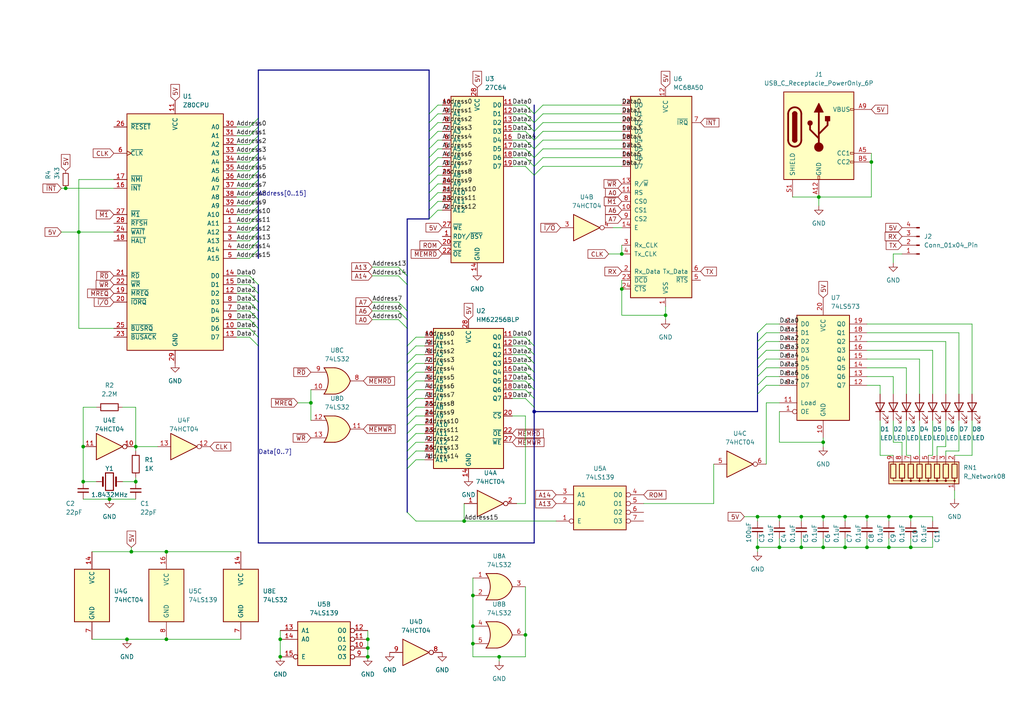
<source format=kicad_sch>
(kicad_sch (version 20230121) (generator eeschema)
  (paper "A4")
  (junction (at 245.11 149.86))
  (junction (at 237.49 57.15))
  (junction (at 180.34 83.82))
  (junction (at 81.28 190.5))
  (junction (at 22.86 67.31))
  (junction (at 257.81 158.75))
  (junction (at 238.76 128.27))
  (junction (at 219.71 158.75))
  (junction (at 39.37 139.7))
  (junction (at 137.16 186.69))
  (junction (at 226.06 149.86))
  (junction (at 19.05 54.61))
  (junction (at 24.13 129.54))
  (junction (at 48.26 185.42))
  (junction (at 24.13 139.7))
  (junction (at 137.16 181.61))
  (junction (at 81.28 185.42))
  (junction (at 31.75 144.78))
  (junction (at 264.16 158.75))
  (junction (at 245.11 158.75))
  (junction (at 251.46 158.75))
  (junction (at 144.78 190.5))
  (junction (at 152.4 184.15))
  (junction (at 238.76 158.75))
  (junction (at 264.16 149.86))
  (junction (at 90.17 116.84))
  (junction (at 252.73 46.99))
  (junction (at 251.46 149.86))
  (junction (at 180.34 73.66))
  (junction (at 219.71 149.86))
  (junction (at 232.41 149.86))
  (junction (at 106.68 185.42))
  (junction (at 134.62 151.13))
  (junction (at 36.83 185.42))
  (junction (at 137.16 172.72))
  (junction (at 38.1 160.02))
  (junction (at 257.81 149.86))
  (junction (at 193.04 91.44))
  (junction (at 39.37 129.54))
  (junction (at 48.26 160.02))
  (junction (at 232.41 158.75))
  (junction (at 106.68 187.96))
  (junction (at 238.76 149.86))
  (junction (at 226.06 158.75))
  (junction (at 106.68 190.5))
  (junction (at 154.94 119.38))
  (bus_entry (at 154.94 102.87) (size -2.54 -2.54))
  (bus_entry (at 74.93 52.07) (size -2.54 2.54))
  (bus_entry (at 219.71 101.6) (size 2.54 -2.54))
  (bus_entry (at 74.93 90.17) (size -2.54 -2.54))
  (bus_entry (at 124.46 35.56) (size 2.54 -2.54))
  (bus_entry (at 124.46 60.96) (size 2.54 -2.54))
  (bus_entry (at 124.46 40.64) (size 2.54 -2.54))
  (bus_entry (at 154.94 40.64) (size -2.54 -2.54))
  (bus_entry (at 219.71 114.3) (size 2.54 -2.54))
  (bus_entry (at 154.94 110.49) (size -2.54 -2.54))
  (bus_entry (at 219.71 109.22) (size 2.54 -2.54))
  (bus_entry (at 118.11 120.65) (size 2.54 -2.54))
  (bus_entry (at 124.46 45.72) (size 2.54 -2.54))
  (bus_entry (at 74.93 100.33) (size -2.54 -2.54))
  (bus_entry (at 154.94 50.8) (size -2.54 -2.54))
  (bus_entry (at 118.11 110.49) (size 2.54 -2.54))
  (bus_entry (at 74.93 67.31) (size -2.54 2.54))
  (bus_entry (at 118.11 135.89) (size 2.54 -2.54))
  (bus_entry (at 154.94 50.8) (size 2.54 -2.54))
  (bus_entry (at 154.94 38.1) (size 2.54 -2.54))
  (bus_entry (at 118.11 95.25) (size -2.54 -2.54))
  (bus_entry (at 154.94 35.56) (size 2.54 -2.54))
  (bus_entry (at 124.46 53.34) (size 2.54 -2.54))
  (bus_entry (at 74.93 82.55) (size -2.54 -2.54))
  (bus_entry (at 154.94 48.26) (size -2.54 -2.54))
  (bus_entry (at 154.94 40.64) (size 2.54 -2.54))
  (bus_entry (at 118.11 105.41) (size 2.54 -2.54))
  (bus_entry (at 219.71 104.14) (size 2.54 -2.54))
  (bus_entry (at 74.93 64.77) (size -2.54 2.54))
  (bus_entry (at 74.93 44.45) (size -2.54 2.54))
  (bus_entry (at 118.11 128.27) (size 2.54 -2.54))
  (bus_entry (at 118.11 115.57) (size 2.54 -2.54))
  (bus_entry (at 74.93 97.79) (size -2.54 -2.54))
  (bus_entry (at 154.94 107.95) (size -2.54 -2.54))
  (bus_entry (at 219.71 111.76) (size 2.54 -2.54))
  (bus_entry (at 74.93 54.61) (size -2.54 2.54))
  (bus_entry (at 219.71 99.06) (size 2.54 -2.54))
  (bus_entry (at 74.93 57.15) (size -2.54 2.54))
  (bus_entry (at 219.71 96.52) (size 2.54 -2.54))
  (bus_entry (at 124.46 55.88) (size 2.54 -2.54))
  (bus_entry (at 118.11 102.87) (size 2.54 -2.54))
  (bus_entry (at 118.11 130.81) (size 2.54 -2.54))
  (bus_entry (at 124.46 50.8) (size 2.54 -2.54))
  (bus_entry (at 154.94 33.02) (size -2.54 -2.54))
  (bus_entry (at 74.93 87.63) (size -2.54 -2.54))
  (bus_entry (at 74.93 85.09) (size -2.54 -2.54))
  (bus_entry (at 124.46 63.5) (size 2.54 -2.54))
  (bus_entry (at 118.11 90.17) (size -2.54 -2.54))
  (bus_entry (at 124.46 33.02) (size 2.54 -2.54))
  (bus_entry (at 74.93 62.23) (size -2.54 2.54))
  (bus_entry (at 118.11 92.71) (size -2.54 -2.54))
  (bus_entry (at 74.93 39.37) (size -2.54 2.54))
  (bus_entry (at 118.11 100.33) (size 2.54 -2.54))
  (bus_entry (at 74.93 49.53) (size -2.54 2.54))
  (bus_entry (at 124.46 43.18) (size 2.54 -2.54))
  (bus_entry (at 154.94 115.57) (size -2.54 -2.54))
  (bus_entry (at 74.93 36.83) (size -2.54 2.54))
  (bus_entry (at 74.93 92.71) (size -2.54 -2.54))
  (bus_entry (at 154.94 35.56) (size -2.54 -2.54))
  (bus_entry (at 154.94 33.02) (size 2.54 -2.54))
  (bus_entry (at 118.11 133.35) (size 2.54 -2.54))
  (bus_entry (at 118.11 82.55) (size -2.54 -2.54))
  (bus_entry (at 74.93 41.91) (size -2.54 2.54))
  (bus_entry (at 154.94 45.72) (size -2.54 -2.54))
  (bus_entry (at 118.11 123.19) (size 2.54 -2.54))
  (bus_entry (at 74.93 69.85) (size -2.54 2.54))
  (bus_entry (at 74.93 72.39) (size -2.54 2.54))
  (bus_entry (at 154.94 43.18) (size 2.54 -2.54))
  (bus_entry (at 118.11 107.95) (size 2.54 -2.54))
  (bus_entry (at 154.94 118.11) (size -2.54 -2.54))
  (bus_entry (at 74.93 59.69) (size -2.54 2.54))
  (bus_entry (at 124.46 58.42) (size 2.54 -2.54))
  (bus_entry (at 124.46 38.1) (size 2.54 -2.54))
  (bus_entry (at 154.94 100.33) (size -2.54 -2.54))
  (bus_entry (at 118.11 80.01) (size -2.54 -2.54))
  (bus_entry (at 118.11 118.11) (size 2.54 -2.54))
  (bus_entry (at 118.11 125.73) (size 2.54 -2.54))
  (bus_entry (at 124.46 48.26) (size 2.54 -2.54))
  (bus_entry (at 219.71 106.68) (size 2.54 -2.54))
  (bus_entry (at 154.94 48.26) (size 2.54 -2.54))
  (bus_entry (at 154.94 105.41) (size -2.54 -2.54))
  (bus_entry (at 74.93 46.99) (size -2.54 2.54))
  (bus_entry (at 154.94 45.72) (size 2.54 -2.54))
  (bus_entry (at 74.93 34.29) (size -2.54 2.54))
  (bus_entry (at 154.94 43.18) (size -2.54 -2.54))
  (bus_entry (at 118.11 113.03) (size 2.54 -2.54))
  (bus_entry (at 74.93 95.25) (size -2.54 -2.54))
  (bus_entry (at 154.94 113.03) (size -2.54 -2.54))
  (bus_entry (at 154.94 38.1) (size -2.54 -2.54))
  (bus_entry (at 118.11 148.59) (size 2.54 2.54))
  (wire (pts (xy 252.73 46.99) (xy 252.73 57.15)))
  (wire (pts (xy 270.51 158.75) (xy 270.51 156.21)))
  (wire (pts (xy 107.95 90.17) (xy 115.57 90.17)))
  (wire (pts (xy 238.76 129.54) (xy 238.76 128.27)))
  (wire (pts (xy 106.68 185.42) (xy 106.68 187.96)))
  (wire (pts (xy 149.86 146.05) (xy 152.4 146.05)))
  (wire (pts (xy 39.37 138.43) (xy 39.37 139.7)))
  (bus (pts (xy 74.93 46.99) (xy 74.93 44.45)))
  (bus (pts (xy 74.93 44.45) (xy 74.93 41.91)))
  (wire (pts (xy 257.81 156.21) (xy 257.81 158.75)))
  (wire (pts (xy 219.71 156.21) (xy 219.71 158.75)))
  (wire (pts (xy 152.4 120.65) (xy 152.4 146.05)))
  (wire (pts (xy 238.76 149.86) (xy 245.11 149.86)))
  (wire (pts (xy 157.48 30.48) (xy 180.34 30.48)))
  (wire (pts (xy 245.11 149.86) (xy 245.11 151.13)))
  (wire (pts (xy 148.59 48.26) (xy 152.4 48.26)))
  (wire (pts (xy 177.8 66.04) (xy 180.34 66.04)))
  (wire (pts (xy 259.08 73.66) (xy 259.08 76.2)))
  (bus (pts (xy 154.94 40.64) (xy 154.94 43.18)))
  (wire (pts (xy 26.67 185.42) (xy 36.83 185.42)))
  (bus (pts (xy 154.94 115.57) (xy 154.94 118.11)))
  (bus (pts (xy 154.94 43.18) (xy 154.94 45.72)))
  (bus (pts (xy 154.94 110.49) (xy 154.94 113.03)))
  (wire (pts (xy 261.62 128.27) (xy 259.08 128.27)))
  (wire (pts (xy 31.75 144.78) (xy 39.37 144.78)))
  (wire (pts (xy 274.32 129.54) (xy 271.78 129.54)))
  (bus (pts (xy 118.11 102.87) (xy 118.11 105.41)))
  (wire (pts (xy 157.48 45.72) (xy 180.34 45.72)))
  (wire (pts (xy 26.67 160.02) (xy 38.1 160.02)))
  (bus (pts (xy 74.93 95.25) (xy 74.93 97.79)))
  (bus (pts (xy 219.71 99.06) (xy 219.71 101.6)))
  (bus (pts (xy 118.11 115.57) (xy 118.11 118.11)))
  (bus (pts (xy 74.93 39.37) (xy 74.93 36.83)))
  (wire (pts (xy 24.13 139.7) (xy 27.94 139.7)))
  (wire (pts (xy 274.32 99.06) (xy 274.32 114.3)))
  (bus (pts (xy 124.46 35.56) (xy 124.46 38.1)))
  (bus (pts (xy 74.93 67.31) (xy 74.93 64.77)))
  (wire (pts (xy 22.86 67.31) (xy 33.02 67.31)))
  (bus (pts (xy 74.93 69.85) (xy 74.93 67.31)))
  (wire (pts (xy 127 60.96) (xy 128.27 60.96)))
  (wire (pts (xy 127 35.56) (xy 128.27 35.56)))
  (bus (pts (xy 74.93 41.91) (xy 74.93 39.37)))
  (wire (pts (xy 68.58 69.85) (xy 72.39 69.85)))
  (wire (pts (xy 106.68 187.96) (xy 106.68 190.5)))
  (bus (pts (xy 154.94 107.95) (xy 154.94 110.49)))
  (bus (pts (xy 74.93 85.09) (xy 74.93 87.63)))
  (bus (pts (xy 154.94 119.38) (xy 219.71 119.38)))
  (wire (pts (xy 120.65 97.79) (xy 123.19 97.79)))
  (wire (pts (xy 68.58 41.91) (xy 72.39 41.91)))
  (wire (pts (xy 257.81 149.86) (xy 257.81 151.13)))
  (wire (pts (xy 148.59 45.72) (xy 152.4 45.72)))
  (wire (pts (xy 127 55.88) (xy 128.27 55.88)))
  (wire (pts (xy 222.25 104.14) (xy 226.06 104.14)))
  (bus (pts (xy 74.93 97.79) (xy 74.93 100.33)))
  (wire (pts (xy 127 48.26) (xy 128.27 48.26)))
  (wire (pts (xy 68.58 82.55) (xy 72.39 82.55)))
  (wire (pts (xy 180.34 81.28) (xy 180.34 83.82)))
  (wire (pts (xy 152.4 120.65) (xy 148.59 120.65)))
  (bus (pts (xy 118.11 133.35) (xy 118.11 135.89)))
  (wire (pts (xy 266.7 104.14) (xy 266.7 114.3)))
  (wire (pts (xy 226.06 158.75) (xy 219.71 158.75)))
  (bus (pts (xy 154.94 38.1) (xy 154.94 40.64)))
  (wire (pts (xy 226.06 128.27) (xy 238.76 128.27)))
  (bus (pts (xy 124.46 38.1) (xy 124.46 40.64)))
  (wire (pts (xy 157.48 43.18) (xy 180.34 43.18)))
  (bus (pts (xy 124.46 48.26) (xy 124.46 50.8)))
  (wire (pts (xy 255.27 111.76) (xy 251.46 111.76)))
  (bus (pts (xy 118.11 113.03) (xy 118.11 115.57)))
  (wire (pts (xy 238.76 158.75) (xy 245.11 158.75)))
  (wire (pts (xy 232.41 149.86) (xy 232.41 151.13)))
  (wire (pts (xy 127 33.02) (xy 128.27 33.02)))
  (wire (pts (xy 39.37 129.54) (xy 39.37 130.81)))
  (wire (pts (xy 152.4 170.18) (xy 152.4 184.15)))
  (wire (pts (xy 24.13 118.11) (xy 24.13 129.54)))
  (wire (pts (xy 176.53 73.66) (xy 180.34 73.66)))
  (wire (pts (xy 281.94 121.92) (xy 281.94 132.08)))
  (bus (pts (xy 74.93 72.39) (xy 74.93 69.85)))
  (bus (pts (xy 154.94 100.33) (xy 154.94 102.87)))
  (wire (pts (xy 120.65 115.57) (xy 123.19 115.57)))
  (bus (pts (xy 118.11 118.11) (xy 118.11 120.65)))
  (bus (pts (xy 124.46 58.42) (xy 124.46 60.96)))
  (bus (pts (xy 118.11 95.25) (xy 118.11 100.33)))
  (bus (pts (xy 154.94 118.11) (xy 154.94 119.38)))
  (wire (pts (xy 68.58 85.09) (xy 72.39 85.09)))
  (wire (pts (xy 222.25 134.62) (xy 222.25 116.84)))
  (wire (pts (xy 120.65 107.95) (xy 123.19 107.95)))
  (wire (pts (xy 38.1 160.02) (xy 48.26 160.02)))
  (wire (pts (xy 270.51 121.92) (xy 270.51 132.08)))
  (wire (pts (xy 274.32 121.92) (xy 274.32 129.54)))
  (wire (pts (xy 127 53.34) (xy 128.27 53.34)))
  (wire (pts (xy 22.86 52.07) (xy 22.86 67.31)))
  (bus (pts (xy 118.11 80.01) (xy 118.11 82.55)))
  (bus (pts (xy 219.71 101.6) (xy 219.71 104.14)))
  (bus (pts (xy 118.11 135.89) (xy 118.11 148.59)))
  (wire (pts (xy 33.02 52.07) (xy 22.86 52.07)))
  (bus (pts (xy 219.71 109.22) (xy 219.71 111.76)))
  (wire (pts (xy 39.37 129.54) (xy 39.37 118.11)))
  (wire (pts (xy 36.83 185.42) (xy 48.26 185.42)))
  (wire (pts (xy 222.25 106.68) (xy 226.06 106.68)))
  (wire (pts (xy 270.51 101.6) (xy 270.51 114.3)))
  (wire (pts (xy 148.59 35.56) (xy 152.4 35.56)))
  (wire (pts (xy 24.13 129.54) (xy 24.13 139.7)))
  (wire (pts (xy 152.4 190.5) (xy 144.78 190.5)))
  (wire (pts (xy 271.78 129.54) (xy 271.78 132.08)))
  (bus (pts (xy 118.11 82.55) (xy 118.11 90.17)))
  (wire (pts (xy 251.46 158.75) (xy 257.81 158.75)))
  (wire (pts (xy 278.13 96.52) (xy 251.46 96.52)))
  (wire (pts (xy 137.16 181.61) (xy 137.16 186.69)))
  (wire (pts (xy 144.78 190.5) (xy 137.16 190.5)))
  (wire (pts (xy 120.65 110.49) (xy 123.19 110.49)))
  (wire (pts (xy 127 40.64) (xy 128.27 40.64)))
  (bus (pts (xy 124.46 55.88) (xy 124.46 58.42)))
  (bus (pts (xy 118.11 120.65) (xy 118.11 123.19)))
  (wire (pts (xy 261.62 73.66) (xy 259.08 73.66)))
  (wire (pts (xy 261.62 132.08) (xy 261.62 128.27)))
  (wire (pts (xy 68.58 92.71) (xy 72.39 92.71)))
  (wire (pts (xy 264.16 149.86) (xy 264.16 151.13)))
  (bus (pts (xy 74.93 49.53) (xy 74.93 46.99)))
  (wire (pts (xy 237.49 57.15) (xy 237.49 59.69)))
  (bus (pts (xy 74.93 82.55) (xy 74.93 85.09)))
  (wire (pts (xy 222.25 96.52) (xy 226.06 96.52)))
  (wire (pts (xy 120.65 113.03) (xy 123.19 113.03)))
  (wire (pts (xy 148.59 100.33) (xy 152.4 100.33)))
  (wire (pts (xy 262.89 132.08) (xy 264.16 132.08)))
  (bus (pts (xy 219.71 104.14) (xy 219.71 106.68)))
  (wire (pts (xy 120.65 118.11) (xy 123.19 118.11)))
  (wire (pts (xy 264.16 149.86) (xy 270.51 149.86)))
  (wire (pts (xy 255.27 121.92) (xy 255.27 132.08)))
  (bus (pts (xy 154.94 33.02) (xy 154.94 35.56)))
  (wire (pts (xy 193.04 91.44) (xy 193.04 88.9)))
  (wire (pts (xy 19.05 54.61) (xy 33.02 54.61)))
  (bus (pts (xy 124.46 33.02) (xy 124.46 35.56)))
  (bus (pts (xy 74.93 52.07) (xy 74.93 49.53)))
  (wire (pts (xy 48.26 185.42) (xy 69.85 185.42)))
  (wire (pts (xy 81.28 182.88) (xy 81.28 185.42)))
  (wire (pts (xy 262.89 106.68) (xy 262.89 114.3)))
  (wire (pts (xy 48.26 160.02) (xy 69.85 160.02)))
  (bus (pts (xy 124.46 53.34) (xy 124.46 55.88)))
  (wire (pts (xy 68.58 87.63) (xy 72.39 87.63)))
  (wire (pts (xy 68.58 44.45) (xy 72.39 44.45)))
  (wire (pts (xy 222.25 99.06) (xy 226.06 99.06)))
  (wire (pts (xy 35.56 139.7) (xy 39.37 139.7)))
  (wire (pts (xy 86.36 116.84) (xy 90.17 116.84)))
  (bus (pts (xy 118.11 92.71) (xy 118.11 95.25)))
  (wire (pts (xy 157.48 33.02) (xy 180.34 33.02)))
  (wire (pts (xy 251.46 149.86) (xy 251.46 151.13)))
  (wire (pts (xy 266.7 104.14) (xy 251.46 104.14)))
  (wire (pts (xy 120.65 120.65) (xy 123.19 120.65)))
  (wire (pts (xy 238.76 156.21) (xy 238.76 158.75)))
  (bus (pts (xy 154.94 119.38) (xy 154.94 157.48)))
  (wire (pts (xy 137.16 172.72) (xy 137.16 181.61)))
  (wire (pts (xy 264.16 158.75) (xy 270.51 158.75)))
  (wire (pts (xy 68.58 54.61) (xy 72.39 54.61)))
  (wire (pts (xy 264.16 156.21) (xy 264.16 158.75)))
  (bus (pts (xy 118.11 63.5) (xy 118.11 80.01)))
  (wire (pts (xy 245.11 158.75) (xy 251.46 158.75)))
  (wire (pts (xy 68.58 57.15) (xy 72.39 57.15)))
  (bus (pts (xy 74.93 57.15) (xy 74.93 54.61)))
  (wire (pts (xy 193.04 91.44) (xy 180.34 91.44)))
  (wire (pts (xy 127 58.42) (xy 128.27 58.42)))
  (bus (pts (xy 74.93 90.17) (xy 74.93 92.71)))
  (wire (pts (xy 229.87 57.15) (xy 237.49 57.15)))
  (wire (pts (xy 245.11 156.21) (xy 245.11 158.75)))
  (bus (pts (xy 74.93 74.93) (xy 74.93 72.39)))
  (wire (pts (xy 278.13 121.92) (xy 278.13 130.81)))
  (wire (pts (xy 255.27 111.76) (xy 255.27 114.3)))
  (wire (pts (xy 68.58 97.79) (xy 72.39 97.79)))
  (wire (pts (xy 148.59 97.79) (xy 152.4 97.79)))
  (wire (pts (xy 215.9 149.86) (xy 219.71 149.86)))
  (bus (pts (xy 74.93 64.77) (xy 74.93 62.23)))
  (wire (pts (xy 68.58 36.83) (xy 72.39 36.83)))
  (bus (pts (xy 118.11 100.33) (xy 118.11 102.87)))
  (wire (pts (xy 120.65 102.87) (xy 123.19 102.87)))
  (wire (pts (xy 107.95 80.01) (xy 115.57 80.01)))
  (bus (pts (xy 74.93 34.29) (xy 74.93 20.32)))
  (wire (pts (xy 148.59 40.64) (xy 152.4 40.64)))
  (wire (pts (xy 107.95 92.71) (xy 115.57 92.71)))
  (wire (pts (xy 148.59 110.49) (xy 152.4 110.49)))
  (bus (pts (xy 124.46 40.64) (xy 124.46 43.18)))
  (bus (pts (xy 118.11 130.81) (xy 118.11 133.35)))
  (bus (pts (xy 118.11 128.27) (xy 118.11 130.81)))
  (wire (pts (xy 68.58 39.37) (xy 72.39 39.37)))
  (wire (pts (xy 137.16 190.5) (xy 137.16 186.69)))
  (bus (pts (xy 219.71 106.68) (xy 219.71 109.22)))
  (bus (pts (xy 124.46 45.72) (xy 124.46 48.26)))
  (wire (pts (xy 251.46 149.86) (xy 257.81 149.86)))
  (wire (pts (xy 17.78 67.31) (xy 22.86 67.31)))
  (bus (pts (xy 154.94 30.48) (xy 154.94 33.02)))
  (wire (pts (xy 148.59 30.48) (xy 152.4 30.48)))
  (bus (pts (xy 74.93 59.69) (xy 74.93 57.15)))
  (wire (pts (xy 68.58 46.99) (xy 72.39 46.99)))
  (wire (pts (xy 257.81 149.86) (xy 264.16 149.86)))
  (bus (pts (xy 74.93 157.48) (xy 154.94 157.48)))
  (bus (pts (xy 124.46 50.8) (xy 124.46 53.34)))
  (wire (pts (xy 245.11 149.86) (xy 251.46 149.86)))
  (wire (pts (xy 232.41 156.21) (xy 232.41 158.75)))
  (wire (pts (xy 68.58 59.69) (xy 72.39 59.69)))
  (wire (pts (xy 262.89 121.92) (xy 262.89 132.08)))
  (wire (pts (xy 270.51 101.6) (xy 251.46 101.6)))
  (wire (pts (xy 33.02 95.25) (xy 22.86 95.25)))
  (wire (pts (xy 222.25 116.84) (xy 226.06 116.84)))
  (wire (pts (xy 68.58 67.31) (xy 72.39 67.31)))
  (wire (pts (xy 259.08 109.22) (xy 259.08 114.3)))
  (wire (pts (xy 22.86 67.31) (xy 22.86 95.25)))
  (bus (pts (xy 154.94 102.87) (xy 154.94 105.41)))
  (wire (pts (xy 259.08 128.27) (xy 259.08 121.92)))
  (wire (pts (xy 219.71 158.75) (xy 219.71 160.02)))
  (wire (pts (xy 38.1 158.75) (xy 38.1 160.02)))
  (wire (pts (xy 134.62 151.13) (xy 161.29 151.13)))
  (wire (pts (xy 276.86 142.24) (xy 276.86 144.78)))
  (wire (pts (xy 281.94 132.08) (xy 276.86 132.08)))
  (wire (pts (xy 68.58 64.77) (xy 72.39 64.77)))
  (wire (pts (xy 127 45.72) (xy 128.27 45.72)))
  (bus (pts (xy 118.11 107.95) (xy 118.11 110.49)))
  (wire (pts (xy 120.65 105.41) (xy 123.19 105.41)))
  (wire (pts (xy 90.17 113.03) (xy 90.17 116.84)))
  (wire (pts (xy 180.34 71.12) (xy 180.34 73.66)))
  (wire (pts (xy 39.37 129.54) (xy 45.72 129.54)))
  (wire (pts (xy 127 30.48) (xy 128.27 30.48)))
  (wire (pts (xy 226.06 156.21) (xy 226.06 158.75)))
  (wire (pts (xy 127 50.8) (xy 128.27 50.8)))
  (bus (pts (xy 118.11 123.19) (xy 118.11 125.73)))
  (wire (pts (xy 222.25 111.76) (xy 226.06 111.76)))
  (bus (pts (xy 118.11 105.41) (xy 118.11 107.95)))
  (bus (pts (xy 74.93 100.33) (xy 74.93 157.48)))
  (wire (pts (xy 219.71 149.86) (xy 226.06 149.86)))
  (wire (pts (xy 68.58 49.53) (xy 72.39 49.53)))
  (wire (pts (xy 148.59 107.95) (xy 152.4 107.95)))
  (wire (pts (xy 252.73 44.45) (xy 252.73 46.99)))
  (wire (pts (xy 68.58 74.93) (xy 72.39 74.93)))
  (wire (pts (xy 274.32 130.81) (xy 274.32 132.08)))
  (bus (pts (xy 154.94 105.41) (xy 154.94 107.95)))
  (wire (pts (xy 251.46 156.21) (xy 251.46 158.75)))
  (wire (pts (xy 68.58 72.39) (xy 72.39 72.39)))
  (wire (pts (xy 68.58 62.23) (xy 72.39 62.23)))
  (wire (pts (xy 107.95 77.47) (xy 115.57 77.47)))
  (wire (pts (xy 120.65 151.13) (xy 134.62 151.13)))
  (wire (pts (xy 106.68 182.88) (xy 106.68 185.42)))
  (bus (pts (xy 118.11 110.49) (xy 118.11 113.03)))
  (bus (pts (xy 74.93 36.83) (xy 74.93 34.29)))
  (wire (pts (xy 127 38.1) (xy 128.27 38.1)))
  (bus (pts (xy 124.46 43.18) (xy 124.46 45.72)))
  (wire (pts (xy 68.58 95.25) (xy 72.39 95.25)))
  (bus (pts (xy 74.93 54.61) (xy 74.93 52.07)))
  (wire (pts (xy 39.37 118.11) (xy 35.56 118.11)))
  (wire (pts (xy 278.13 130.81) (xy 274.32 130.81)))
  (wire (pts (xy 226.06 149.86) (xy 232.41 149.86)))
  (wire (pts (xy 232.41 158.75) (xy 238.76 158.75)))
  (wire (pts (xy 120.65 128.27) (xy 123.19 128.27)))
  (bus (pts (xy 219.71 111.76) (xy 219.71 114.3)))
  (wire (pts (xy 226.06 119.38) (xy 226.06 128.27)))
  (wire (pts (xy 148.59 33.02) (xy 152.4 33.02)))
  (wire (pts (xy 157.48 40.64) (xy 180.34 40.64)))
  (bus (pts (xy 74.93 20.32) (xy 124.46 20.32)))
  (wire (pts (xy 120.65 125.73) (xy 123.19 125.73)))
  (bus (pts (xy 118.11 90.17) (xy 118.11 92.71)))
  (bus (pts (xy 154.94 45.72) (xy 154.94 48.26)))
  (wire (pts (xy 238.76 149.86) (xy 238.76 151.13)))
  (wire (pts (xy 207.01 134.62) (xy 207.01 146.05)))
  (wire (pts (xy 148.59 115.57) (xy 152.4 115.57)))
  (wire (pts (xy 281.94 93.98) (xy 281.94 114.3)))
  (wire (pts (xy 266.7 121.92) (xy 266.7 132.08)))
  (wire (pts (xy 81.28 185.42) (xy 81.28 190.5)))
  (wire (pts (xy 259.08 109.22) (xy 251.46 109.22)))
  (wire (pts (xy 152.4 184.15) (xy 152.4 190.5)))
  (wire (pts (xy 148.59 113.03) (xy 152.4 113.03)))
  (bus (pts (xy 154.94 48.26) (xy 154.94 50.8)))
  (bus (pts (xy 124.46 20.32) (xy 124.46 33.02)))
  (wire (pts (xy 27.94 118.11) (xy 24.13 118.11)))
  (wire (pts (xy 262.89 106.68) (xy 251.46 106.68)))
  (wire (pts (xy 137.16 167.64) (xy 137.16 172.72)))
  (wire (pts (xy 68.58 52.07) (xy 72.39 52.07)))
  (wire (pts (xy 219.71 149.86) (xy 219.71 151.13)))
  (wire (pts (xy 120.65 123.19) (xy 123.19 123.19)))
  (wire (pts (xy 270.51 132.08) (xy 269.24 132.08)))
  (wire (pts (xy 148.59 38.1) (xy 152.4 38.1)))
  (bus (pts (xy 154.94 113.03) (xy 154.94 115.57)))
  (wire (pts (xy 120.65 133.35) (xy 123.19 133.35)))
  (wire (pts (xy 222.25 93.98) (xy 226.06 93.98)))
  (bus (pts (xy 154.94 50.8) (xy 154.94 100.33)))
  (wire (pts (xy 157.48 38.1) (xy 180.34 38.1)))
  (wire (pts (xy 24.13 144.78) (xy 31.75 144.78)))
  (wire (pts (xy 107.95 87.63) (xy 115.57 87.63)))
  (bus (pts (xy 118.11 63.5) (xy 124.46 63.5)))
  (wire (pts (xy 226.06 158.75) (xy 232.41 158.75)))
  (wire (pts (xy 17.78 54.61) (xy 19.05 54.61)))
  (bus (pts (xy 118.11 125.73) (xy 118.11 128.27)))
  (wire (pts (xy 222.25 109.22) (xy 226.06 109.22)))
  (wire (pts (xy 90.17 116.84) (xy 90.17 121.92)))
  (wire (pts (xy 193.04 92.71) (xy 193.04 91.44)))
  (wire (pts (xy 207.01 146.05) (xy 186.69 146.05)))
  (wire (pts (xy 120.65 100.33) (xy 123.19 100.33)))
  (wire (pts (xy 281.94 93.98) (xy 251.46 93.98)))
  (wire (pts (xy 68.58 80.01) (xy 72.39 80.01)))
  (wire (pts (xy 274.32 99.06) (xy 251.46 99.06)))
  (bus (pts (xy 74.93 87.63) (xy 74.93 90.17)))
  (wire (pts (xy 278.13 96.52) (xy 278.13 114.3)))
  (bus (pts (xy 154.94 35.56) (xy 154.94 38.1)))
  (wire (pts (xy 68.58 90.17) (xy 72.39 90.17)))
  (wire (pts (xy 252.73 57.15) (xy 237.49 57.15)))
  (wire (pts (xy 144.78 190.5) (xy 144.78 191.77)))
  (wire (pts (xy 120.65 130.81) (xy 123.19 130.81)))
  (wire (pts (xy 157.48 35.56) (xy 180.34 35.56)))
  (wire (pts (xy 180.34 91.44) (xy 180.34 83.82)))
  (bus (pts (xy 74.93 62.23) (xy 74.93 59.69)))
  (wire (pts (xy 232.41 149.86) (xy 238.76 149.86)))
  (bus (pts (xy 219.71 96.52) (xy 219.71 99.06)))
  (bus (pts (xy 219.71 114.3) (xy 219.71 119.38)))
  (bus (pts (xy 124.46 60.96) (xy 124.46 63.5)))
  (wire (pts (xy 157.48 48.26) (xy 180.34 48.26)))
  (wire (pts (xy 222.25 101.6) (xy 226.06 101.6)))
  (wire (pts (xy 134.62 146.05) (xy 134.62 151.13)))
  (wire (pts (xy 127 43.18) (xy 128.27 43.18)))
  (wire (pts (xy 148.59 105.41) (xy 152.4 105.41)))
  (wire (pts (xy 270.51 149.86) (xy 270.51 151.13)))
  (wire (pts (xy 255.27 132.08) (xy 259.08 132.08)))
  (wire (pts (xy 226.06 151.13) (xy 226.06 149.86)))
  (wire (pts (xy 238.76 128.27) (xy 238.76 127)))
  (wire (pts (xy 148.59 102.87) (xy 152.4 102.87)))
  (wire (pts (xy 257.81 158.75) (xy 264.16 158.75)))
  (bus (pts (xy 74.93 92.71) (xy 74.93 95.25)))
  (wire (pts (xy 148.59 43.18) (xy 152.4 43.18)))
  (label "Address2" (at 123.19 102.87 0))
  (label "Address14" (at 123.19 133.35 0))
  (label "Address8" (at 123.19 118.11 0))
  (label "Address5" (at 123.19 110.49 0))
  (label "Data2" (at 180.34 35.56 0))
  (label "Address5" (at 68.58 49.53 0))
  (label "Data5" (at 226.06 106.68 0))
  (label "Address13" (at 123.19 130.81 0))
  (label "Address7" (at 68.58 54.61 0))
  (label "Address3" (at 68.58 44.45 0))
  (label "Data6" (at 68.58 95.25 0))
  (label "Data0" (at 148.59 30.48 0))
  (label "Data4" (at 148.59 107.95 0))
  (label "Data1" (at 180.34 33.02 0))
  (label "Address11" (at 68.58 64.77 0))
  (label "Address8" (at 128.27 50.8 0))
  (label "Address15" (at 134.62 151.13 0))
  (label "Address[0..15]" (at 74.93 57.15 0))
  (label "Address11" (at 123.19 125.73 0))
  (label "Address7" (at 123.19 115.57 0))
  (label "Data0" (at 148.59 97.79 0))
  (label "Address12" (at 128.27 60.96 0))
  (label "Address10" (at 128.27 55.88 0))
  (label "Data6" (at 226.06 109.22 0))
  (label "Data6" (at 148.59 113.03 0))
  (label "Address15" (at 68.58 74.93 0))
  (label "Address2" (at 68.58 41.91 0))
  (label "Data[0..7]" (at 74.93 132.08 0))
  (label "Data1" (at 148.59 33.02 0))
  (label "Data6" (at 180.34 45.72 0))
  (label "Address9" (at 123.19 120.65 0))
  (label "Address7" (at 128.27 48.26 0))
  (label "Address13" (at 68.58 69.85 0))
  (label "Data2" (at 226.06 99.06 0))
  (label "Address12" (at 123.19 128.27 0))
  (label "Data1" (at 226.06 96.52 0))
  (label "Data5" (at 148.59 43.18 0))
  (label "Address1" (at 123.19 100.33 0))
  (label "Data3" (at 226.06 101.6 0))
  (label "Data4" (at 68.58 90.17 0))
  (label "Address2" (at 128.27 35.56 0))
  (label "Address7" (at 107.95 87.63 0))
  (label "Address4" (at 68.58 46.99 0))
  (label "Data1" (at 68.58 82.55 0))
  (label "Address10" (at 123.19 123.19 0))
  (label "Address0" (at 128.27 30.48 0))
  (label "Address9" (at 68.58 59.69 0))
  (label "Data4" (at 226.06 104.14 0))
  (label "Data5" (at 180.34 43.18 0))
  (label "Address4" (at 123.19 107.95 0))
  (label "Data6" (at 148.59 45.72 0))
  (label "Data7" (at 68.58 97.79 0))
  (label "Address8" (at 68.58 57.15 0))
  (label "Data0" (at 226.06 93.98 0))
  (label "Data5" (at 68.58 92.71 0))
  (label "Data0" (at 180.34 30.48 0))
  (label "Address1" (at 68.58 39.37 0))
  (label "Data2" (at 148.59 35.56 0))
  (label "Data1" (at 148.59 100.33 0))
  (label "Address9" (at 128.27 53.34 0))
  (label "Address4" (at 128.27 40.64 0))
  (label "Data0" (at 68.58 80.01 0))
  (label "Address6" (at 107.95 90.17 0))
  (label "Address14" (at 68.58 72.39 0))
  (label "Data7" (at 148.59 48.26 0))
  (label "Address5" (at 128.27 43.18 0))
  (label "Data7" (at 226.06 111.76 0))
  (label "Address6" (at 123.19 113.03 0))
  (label "Address3" (at 123.19 105.41 0))
  (label "Address6" (at 128.27 45.72 0))
  (label "Data3" (at 148.59 38.1 0))
  (label "Address3" (at 128.27 38.1 0))
  (label "Address11" (at 128.27 58.42 0))
  (label "Data5" (at 148.59 110.49 0))
  (label "Data7" (at 148.59 115.57 0))
  (label "Address12" (at 68.58 67.31 0))
  (label "Data2" (at 68.58 85.09 0))
  (label "Data3" (at 180.34 38.1 0))
  (label "Data4" (at 149.86 40.64 0))
  (label "Data3" (at 148.59 105.41 0))
  (label "Address0" (at 123.19 97.79 0))
  (label "Address13" (at 107.95 77.47 0))
  (label "Address0" (at 107.95 92.71 0))
  (label "Data7" (at 180.34 48.26 0))
  (label "Data3" (at 68.58 87.63 0))
  (label "Address6" (at 68.58 52.07 0))
  (label "Data2" (at 148.59 102.87 0))
  (label "Address10" (at 68.58 62.23 0))
  (label "Address0" (at 68.58 36.83 0))
  (label "Address1" (at 128.27 33.02 0))
  (label "Data4" (at 180.34 40.64 0))
  (label "Address14" (at 107.95 80.01 0))
  (global_label "~{MEMRD}" (shape input) (at 105.41 110.49 0) (property "Intersheetrefs" "${INTERSHEET_REFS}" (effects hide)))
  (global_label "~{WR}" (shape input) (at 180.34 53.34 180) (property "Intersheetrefs" "${INTERSHEET_REFS}" (effects hide)))
  (global_label "~{WR}" (shape input) (at 90.17 127 180) (property "Intersheetrefs" "${INTERSHEET_REFS}" (effects hide)))
  (global_label "5V" (shape input) (at 138.43 25.4 90) (property "Intersheetrefs" "${INTERSHEET_REFS}" (effects hide)))
  (global_label "~{M1}" (shape input) (at 180.34 58.42 180) (property "Intersheetrefs" "${INTERSHEET_REFS}" (effects hide)))
  (global_label "~{INT}" (shape input) (at 17.78 54.61 180) (property "Intersheetrefs" "${INTERSHEET_REFS}" (effects hide)))
  (global_label "~{MEMRD}" (shape input) (at 148.59 125.73 0) (property "Intersheetrefs" "${INTERSHEET_REFS}" (effects hide)))
  (global_label "CLK" (shape input) (at 60.96 129.54 0) (property "Intersheetrefs" "${INTERSHEET_REFS}" (effects hide)))
  (global_label "CLK" (shape input) (at 176.53 73.66 180) (property "Intersheetrefs" "${INTERSHEET_REFS}" (effects hide)))
  (global_label "A14" (shape input) (at 107.95 80.01 180) (property "Intersheetrefs" "${INTERSHEET_REFS}" (effects hide)))
  (global_label "ROM" (shape input) (at 128.27 71.12 180) (property "Intersheetrefs" "${INTERSHEET_REFS}" (effects hide)))
  (global_label "~{MEMRD}" (shape input) (at 128.27 73.66 180) (property "Intersheetrefs" "${INTERSHEET_REFS}" (effects hide)))
  (global_label "A13" (shape input) (at 161.29 146.05 180) (property "Intersheetrefs" "${INTERSHEET_REFS}" (effects hide)))
  (global_label "A13" (shape input) (at 107.95 77.47 180) (property "Intersheetrefs" "${INTERSHEET_REFS}" (effects hide)))
  (global_label "~{MREQ}" (shape input) (at 33.02 85.09 180) (property "Intersheetrefs" "${INTERSHEET_REFS}" (effects hide)))
  (global_label "~{MEMWR}" (shape input) (at 148.59 128.27 0) (property "Intersheetrefs" "${INTERSHEET_REFS}" (effects hide)))
  (global_label "A14" (shape input) (at 161.29 143.51 180) (property "Intersheetrefs" "${INTERSHEET_REFS}" (effects hide)))
  (global_label "~{I{slash}O}" (shape input) (at 33.02 87.63 180) (property "Intersheetrefs" "${INTERSHEET_REFS}" (effects hide)))
  (global_label "5V" (shape input) (at 135.89 92.71 90) (property "Intersheetrefs" "${INTERSHEET_REFS}" (effects hide)))
  (global_label "A7" (shape input) (at 180.34 63.5 180) (property "Intersheetrefs" "${INTERSHEET_REFS}" (effects hide)))
  (global_label "~{INT}" (shape input) (at 203.2 35.56 0) (property "Intersheetrefs" "${INTERSHEET_REFS}" (effects hide)))
  (global_label "A0" (shape input) (at 107.95 92.71 180) (property "Intersheetrefs" "${INTERSHEET_REFS}" (effects hide)))
  (global_label "5V" (shape input) (at 261.62 66.04 180) (property "Intersheetrefs" "${INTERSHEET_REFS}" (effects hide)))
  (global_label "ROM" (shape input) (at 186.69 143.51 0) (property "Intersheetrefs" "${INTERSHEET_REFS}" (effects hide)))
  (global_label "~{MEMWR}" (shape input) (at 105.41 124.46 0) (property "Intersheetrefs" "${INTERSHEET_REFS}" (effects hide)))
  (global_label "5V" (shape input) (at 128.27 66.04 180) (property "Intersheetrefs" "${INTERSHEET_REFS}" (effects hide)))
  (global_label "~{M1}" (shape input) (at 33.02 62.23 180) (property "Intersheetrefs" "${INTERSHEET_REFS}" (effects hide)))
  (global_label "5V" (shape input) (at 215.9 149.86 180) (property "Intersheetrefs" "${INTERSHEET_REFS}" (effects hide)))
  (global_label "A6" (shape input) (at 107.95 90.17 180) (property "Intersheetrefs" "${INTERSHEET_REFS}" (effects hide)))
  (global_label "RX" (shape input) (at 261.62 68.58 180) (property "Intersheetrefs" "${INTERSHEET_REFS}" (effects hide)))
  (global_label "5V" (shape input) (at 252.73 31.75 0) (property "Intersheetrefs" "${INTERSHEET_REFS}" (effects hide)))
  (global_label "5V" (shape input) (at 17.78 67.31 180) (property "Intersheetrefs" "${INTERSHEET_REFS}" (effects hide)))
  (global_label "A0" (shape input) (at 180.34 55.88 180) (property "Intersheetrefs" "${INTERSHEET_REFS}" (effects hide)))
  (global_label "RX" (shape input) (at 180.34 78.74 180) (property "Intersheetrefs" "${INTERSHEET_REFS}" (effects hide)))
  (global_label "5V" (shape input) (at 238.76 86.36 90) (property "Intersheetrefs" "${INTERSHEET_REFS}" (effects hide)))
  (global_label "5V" (shape input) (at 38.1 158.75 90) (property "Intersheetrefs" "${INTERSHEET_REFS}" (effects hide)))
  (global_label "5V" (shape input) (at 19.05 49.53 90) (property "Intersheetrefs" "${INTERSHEET_REFS}" (effects hide)))
  (global_label "A6" (shape input) (at 180.34 60.96 180) (property "Intersheetrefs" "${INTERSHEET_REFS}" (effects hide)))
  (global_label "~{RD}" (shape input) (at 90.17 107.95 180) (property "Intersheetrefs" "${INTERSHEET_REFS}" (effects hide)))
  (global_label "~{MREQ}" (shape input) (at 86.36 116.84 180) (property "Intersheetrefs" "${INTERSHEET_REFS}" (effects hide)))
  (global_label "CLK" (shape input) (at 33.02 44.45 180) (property "Intersheetrefs" "${INTERSHEET_REFS}" (effects hide)))
  (global_label "~{WR}" (shape input) (at 33.02 82.55 180) (property "Intersheetrefs" "${INTERSHEET_REFS}" (effects hide)))
  (global_label "A7" (shape input) (at 107.95 87.63 180) (property "Intersheetrefs" "${INTERSHEET_REFS}" (effects hide)))
  (global_label "TX" (shape input) (at 203.2 78.74 0) (property "Intersheetrefs" "${INTERSHEET_REFS}" (effects hide)))
  (global_label "~{RD}" (shape input) (at 33.02 80.01 180) (property "Intersheetrefs" "${INTERSHEET_REFS}" (effects hide)))
  (global_label "5V" (shape input) (at 50.8 29.21 90) (property "Intersheetrefs" "${INTERSHEET_REFS}" (effects hide)))
  (global_label "~{I{slash}O}" (shape input) (at 162.56 66.04 180) (property "Intersheetrefs" "${INTERSHEET_REFS}" (effects hide)))
  (global_label "TX" (shape input) (at 261.62 71.12 180) (property "Intersheetrefs" "${INTERSHEET_REFS}" (effects hide)))
  (global_label "5V" (shape input) (at 193.04 25.4 90) (property "Intersheetrefs" "${INTERSHEET_REFS}" (effects hide)))
  (symbol (lib_id "Device:Crystal") (at 31.75 139.7 0) (unit 1)
    (property "Reference" "Y1" (at 31.75 135.89 0))
    (property "Value" "1.8432MHz" (at 31.75 143.51 0))
    (property "Footprint" "Crystal:Crystal_HC18-U_Vertical" (effects hide))
  )
  (symbol (lib_id "Device:C_Small") (at 24.13 142.24 0) (unit 1)
    (property "Reference" "C2" (at 19.05 146.05 0) (effects (justify left)))
    (property "Value" "22pF" (at 19.05 148.59 0) (effects (justify left)))
    (property "Footprint" "Capacitor_THT:CP_Radial_D4.0mm_P2.00mm" (effects hide))
  )
  (symbol (lib_id "74xx:74HCT04") (at 170.18 66.04 0) (unit 2)
    (property "Reference" "U4" (at 170.18 57.15 0))
    (property "Value" "74HCT04" (at 170.18 59.69 0))
    (property "Footprint" "Package_DIP:DIP-14_W7.62mm" (effects hide))
    (property "Datasheet" "https://assets.nexperia.com/documents/data-sheet/74HC_HCT04.pdf" (effects hide))
  )
  (symbol (lib_id "Device:C_Small") (at 270.51 153.67 0) (unit 1)
    (property "Reference" "C11" (at 271.78 157.48 90) (effects (justify left)))
    (property "Value" "0.1uF" (at 267.97 157.48 90) (effects (justify left)))
    (property "Footprint" "Capacitor_THT:C_Radial_D4.0mm_H5.0mm_P1.50mm" (effects hide))
  )
  (symbol (lib_id "power:GND") (at 81.28 190.5 0) (unit 1)
    (property "Reference" "#PWR05" (effects hide))
    (property "Value" "GND" (at 81.28 195.58 0))
  )
  (symbol (lib_id "Interface_UART:MC68A50") (at 193.04 58.42 0) (unit 1)
    (property "Reference" "U6" (at 195.2341 22.86 0) (effects (justify left)))
    (property "Value" "MC68A50" (at 195.2341 25.4 0) (effects (justify left)))
    (property "Footprint" "Package_DIP:DIP-24_W15.24mm" (effects hide))
    (property "Datasheet" "http://pdf.datasheetcatalog.com/datasheet/motorola/MC6850.pdf" (effects hide))
  )
  (symbol (lib_id "74xx:74HCT04") (at 53.34 129.54 0) (unit 6)
    (property "Reference" "U4" (at 53.34 121.92 0))
    (property "Value" "74HCT04" (at 53.34 124.46 0))
    (property "Footprint" "Package_DIP:DIP-14_W7.62mm" (effects hide))
    (property "Datasheet" "https://assets.nexperia.com/documents/data-sheet/74HC_HCT04.pdf" (effects hide))
  )
  (symbol (lib_id "CPU:Z80CPU") (at 50.8 67.31 0) (unit 1)
    (property "Reference" "U1" (at 52.9941 27.94 0) (effects (justify left)))
    (property "Value" "Z80CPU" (at 52.9941 30.48 0) (effects (justify left)))
    (property "Footprint" "Package_DIP:DIP-40_W15.24mm_LongPads" (effects hide))
    (property "Datasheet" "www.zilog.com/manage_directlink.php?filepath=docs/z80/um0080" (effects hide))
  )
  (symbol (lib_id "Device:C_Small") (at 219.71 153.67 0) (unit 1)
    (property "Reference" "C3" (at 220.98 157.48 90) (effects (justify left)))
    (property "Value" "100uF" (at 217.17 157.48 90) (effects (justify left)))
    (property "Footprint" "Capacitor_THT:CP_Radial_D4.0mm_P1.50mm" (effects hide))
  )
  (symbol (lib_id "Device:R_Small") (at 19.05 52.07 0) (unit 1)
    (property "Reference" "R4" (at 13.97 52.07 90) (effects (justify left)))
    (property "Value" "3k3" (at 16.51 52.07 90) (effects (justify left)))
    (property "Footprint" "Resistor_THT:R_Axial_DIN0309_L9.0mm_D3.2mm_P12.70mm_Horizontal" (effects hide))
  )
  (symbol (lib_id "Device:LED") (at 255.27 118.11 90) (unit 1)
    (property "Reference" "D1" (at 255.27 124.46 90) (effects (justify right)))
    (property "Value" "LED" (at 255.27 127 90) (effects (justify right)))
    (property "Footprint" "LED_THT:LED_D3.0mm" (effects hide))
  )
  (symbol (lib_id "74xx:74LS32") (at 97.79 110.49 0) (unit 3)
    (property "Reference" "U8" (at 97.79 101.6 0))
    (property "Value" "74LS32" (at 97.79 104.14 0))
    (property "Footprint" "Package_DIP:DIP-14_W7.62mm" (effects hide))
    (property "Datasheet" "http://www.ti.com/lit/gpn/sn74LS32" (effects hide))
  )
  (symbol (lib_id "Device:C_Small") (at 257.81 153.67 0) (unit 1)
    (property "Reference" "C9" (at 259.08 157.48 90) (effects (justify left)))
    (property "Value" "0.1uF" (at 255.27 157.48 90) (effects (justify left)))
    (property "Footprint" "Capacitor_THT:C_Radial_D4.0mm_H5.0mm_P1.50mm" (effects hide))
  )
  (symbol (lib_id "74xx:74HCT04") (at 26.67 172.72 0) (unit 7)
    (property "Reference" "U4" (at 33.02 171.45 0) (effects (justify left)))
    (property "Value" "74HCT04" (at 33.02 173.99 0) (effects (justify left)))
    (property "Footprint" "Package_DIP:DIP-14_W7.62mm" (effects hide))
    (property "Datasheet" "https://assets.nexperia.com/documents/data-sheet/74HC_HCT04.pdf" (effects hide))
  )
  (symbol (lib_id "74xx:74LS32") (at 144.78 184.15 0) (unit 2)
    (property "Reference" "U8" (at 144.78 175.26 0))
    (property "Value" "74LS32" (at 144.78 177.8 0))
    (property "Footprint" "Package_DIP:DIP-14_W7.62mm" (effects hide))
    (property "Datasheet" "http://www.ti.com/lit/gpn/sn74LS32" (effects hide))
  )
  (symbol (lib_id "Connector:Conn_01x04_Pin") (at 266.7 71.12 180) (unit 1)
    (property "Reference" "J2" (at 267.97 68.58 0) (effects (justify right)))
    (property "Value" "Conn_01x04_Pin" (at 267.97 71.12 0) (effects (justify right)))
    (property "Footprint" "Connector_PinHeader_1.27mm:PinHeader_1x04_P1.27mm_Vertical" (effects hide))
  )
  (symbol (lib_id "power:GND") (at 193.04 92.71 0) (unit 1)
    (property "Reference" "#PWR010" (effects hide))
    (property "Value" "GND" (at 193.04 97.79 0))
  )
  (symbol (lib_id "Device:LED") (at 262.89 118.11 90) (unit 1)
    (property "Reference" "D3" (at 262.89 124.46 90) (effects (justify right)))
    (property "Value" "LED" (at 262.89 127 90) (effects (justify right)))
    (property "Footprint" "LED_THT:LED_D3.0mm" (effects hide))
  )
  (symbol (lib_id "Device:LED") (at 281.94 118.11 90) (unit 1)
    (property "Reference" "D8" (at 281.94 124.46 90) (effects (justify right)))
    (property "Value" "LED" (at 281.94 127 90) (effects (justify right)))
    (property "Footprint" "LED_THT:LED_D3.0mm" (effects hide))
  )
  (symbol (lib_id "74xx:74HCT04") (at 214.63 134.62 0) (unit 3)
    (property "Reference" "U4" (at 214.63 125.73 0))
    (property "Value" "74HCT04" (at 214.63 128.27 0))
    (property "Footprint" "Package_DIP:DIP-14_W7.62mm" (effects hide))
    (property "Datasheet" "https://assets.nexperia.com/documents/data-sheet/74HC_HCT04.pdf" (effects hide))
  )
  (symbol (lib_id "power:GND") (at 238.76 129.54 0) (unit 1)
    (property "Reference" "#PWR012" (effects hide))
    (property "Value" "GND" (at 238.76 134.62 0))
  )
  (symbol (lib_id "power:GND") (at 36.83 185.42 0) (unit 1)
    (property "Reference" "#PWR04" (effects hide))
    (property "Value" "GND" (at 36.83 190.5 0))
  )
  (symbol (lib_id "74xx:74HCT04") (at 142.24 146.05 0) (unit 1)
    (property "Reference" "U4" (at 142.24 137.16 0))
    (property "Value" "74HCT04" (at 142.24 139.7 0))
    (property "Footprint" "Package_DIP:DIP-14_W7.62mm" (effects hide))
    (property "Datasheet" "https://assets.nexperia.com/documents/data-sheet/74HC_HCT04.pdf" (effects hide))
  )
  (symbol (lib_id "Device:LED") (at 270.51 118.11 90) (unit 1)
    (property "Reference" "D5" (at 270.51 124.46 90) (effects (justify right)))
    (property "Value" "LED" (at 270.51 127 90) (effects (justify right)))
    (property "Footprint" "LED_THT:LED_D3.0mm" (effects hide))
  )
  (symbol (lib_id "Device:LED") (at 266.7 118.11 90) (unit 1)
    (property "Reference" "D4" (at 266.7 124.46 90) (effects (justify right)))
    (property "Value" "LED" (at 266.7 127 90) (effects (justify right)))
    (property "Footprint" "LED_THT:LED_D3.0mm" (effects hide))
  )
  (symbol (lib_id "74xx:74LS139") (at 93.98 185.42 0) (unit 2)
    (property "Reference" "U5" (at 93.98 175.26 0))
    (property "Value" "74LS139" (at 93.98 177.8 0))
    (property "Footprint" "Package_DIP:DIP-16_W7.62mm" (effects hide))
    (property "Datasheet" "http://www.ti.com/lit/ds/symlink/sn74ls139a.pdf" (effects hide))
  )
  (symbol (lib_id "power:GND") (at 31.75 144.78 0) (unit 1)
    (property "Reference" "#PWR09" (effects hide))
    (property "Value" "GND" (at 31.75 149.86 0))
  )
  (symbol (lib_id "74xx:74LS32") (at 97.79 124.46 0) (unit 4)
    (property "Reference" "U8" (at 97.79 115.57 0))
    (property "Value" "74LS32" (at 97.79 118.11 0))
    (property "Footprint" "Package_DIP:DIP-14_W7.62mm" (effects hide))
    (property "Datasheet" "http://www.ti.com/lit/gpn/sn74LS32" (effects hide))
  )
  (symbol (lib_id "Device:C_Small") (at 251.46 153.67 0) (unit 1)
    (property "Reference" "C8" (at 252.73 157.48 90) (effects (justify left)))
    (property "Value" "0.1uF" (at 248.92 157.48 90) (effects (justify left)))
    (property "Footprint" "Capacitor_THT:C_Radial_D4.0mm_H5.0mm_P1.50mm" (effects hide))
  )
  (symbol (lib_id "Device:C_Small") (at 39.37 142.24 0) (unit 1)
    (property "Reference" "C1" (at 40.64 146.05 0) (effects (justify left)))
    (property "Value" "22pF" (at 40.64 148.59 0) (effects (justify left)))
    (property "Footprint" "Capacitor_THT:CP_Radial_D4.0mm_P2.00mm" (effects hide))
  )
  (symbol (lib_id "power:GND") (at 276.86 144.78 0) (unit 1)
    (property "Reference" "#PWR013" (effects hide))
    (property "Value" "GND" (at 276.86 149.86 0))
  )
  (symbol (lib_id "Device:C_Small") (at 226.06 153.67 0) (unit 1)
    (property "Reference" "C4" (at 227.33 157.48 90) (effects (justify left)))
    (property "Value" "0.1uF" (at 223.52 157.48 90) (effects (justify left)))
    (property "Footprint" "Capacitor_THT:C_Radial_D4.0mm_H5.0mm_P1.50mm" (effects hide))
  )
  (symbol (lib_id "My_IC:28C64") (at 138.43 24.13 0) (unit 1)
    (property "Reference" "U3" (at 140.6241 22.86 0) (effects (justify left)))
    (property "Value" "27C64" (at 140.6241 25.4 0) (effects (justify left)))
    (property "Footprint" "Package_DIP:DIP-28_W15.24mm_LongPads" (effects hide))
    (property "Datasheet" "https://ww1.microchip.com/downloads/en/DeviceDoc/11109K.pdf" (effects hide))
  )
  (symbol (lib_id "Device:C_Small") (at 264.16 153.67 0) (unit 1)
    (property "Reference" "C10" (at 265.43 157.48 90) (effects (justify left)))
    (property "Value" "0.1uF" (at 261.62 157.48 90) (effects (justify left)))
    (property "Footprint" "Capacitor_THT:C_Radial_D4.0mm_H5.0mm_P1.50mm" (effects hide))
  )
  (symbol (lib_id "74xx:74LS139") (at 48.26 172.72 0) (unit 3)
    (property "Reference" "U5" (at 54.61 171.45 0) (effects (justify left)))
    (property "Value" "74LS139" (at 54.61 173.99 0) (effects (justify left)))
    (property "Footprint" "Package_DIP:DIP-16_W7.62mm" (effects hide))
    (property "Datasheet" "http://www.ti.com/lit/ds/symlink/sn74ls139a.pdf" (effects hide))
  )
  (symbol (lib_id "74xx:74LS139") (at 173.99 146.05 0) (unit 1)
    (property "Reference" "U5" (at 173.99 135.89 0))
    (property "Value" "74LS139" (at 173.99 138.43 0))
    (property "Footprint" "Package_DIP:DIP-16_W7.62mm" (effects hide))
    (property "Datasheet" "http://www.ti.com/lit/ds/symlink/sn74ls139a.pdf" (effects hide))
  )
  (symbol (lib_id "power:GND") (at 50.8 105.41 0) (unit 1)
    (property "Reference" "#PWR03" (effects hide))
    (property "Value" "GND" (at 50.8 110.49 0))
  )
  (symbol (lib_id "power:GND") (at 138.43 78.74 0) (unit 1)
    (property "Reference" "#PWR02" (effects hide))
    (property "Value" "GND" (at 138.43 83.82 0))
  )
  (symbol (lib_id "Device:R_Network08") (at 266.7 137.16 180) (unit 1)
    (property "Reference" "RN1" (at 279.4 135.636 0) (effects (justify right)))
    (property "Value" "R_Network08" (at 279.4 138.176 0) (effects (justify right)))
    (property "Footprint" "Resistor_THT:R_Array_SIP9" (effects hide))
    (property "Datasheet" "http://www.vishay.com/docs/31509/csc.pdf" (effects hide))
  )
  (symbol (lib_id "74xx:74LS32") (at 69.85 172.72 0) (unit 5)
    (property "Reference" "U8" (at 76.2 171.45 0) (effects (justify left)))
    (property "Value" "74LS32" (at 76.2 173.99 0) (effects (justify left)))
    (property "Footprint" "Package_DIP:DIP-14_W7.62mm" (effects hide))
    (property "Datasheet" "http://www.ti.com/lit/gpn/sn74LS32" (effects hide))
  )
  (symbol (lib_id "Device:R") (at 39.37 134.62 0) (unit 1)
    (property "Reference" "R1" (at 41.91 133.35 0) (effects (justify left)))
    (property "Value" "1K" (at 41.91 135.89 0) (effects (justify left)))
    (property "Footprint" "Resistor_THT:R_Axial_DIN0309_L9.0mm_D3.2mm_P12.70mm_Horizontal" (effects hide))
  )
  (symbol (lib_id "74xx:74LS32") (at 144.78 170.18 0) (unit 1)
    (property "Reference" "U8" (at 144.78 161.29 0))
    (property "Value" "74LS32" (at 144.78 163.83 0))
    (property "Footprint" "Package_DIP:DIP-14_W7.62mm" (effects hide))
    (property "Datasheet" "http://www.ti.com/lit/gpn/sn74LS32" (effects hide))
  )
  (symbol (lib_id "Connector:USB_C_Receptacle_PowerOnly_6P") (at 237.49 39.37 0) (unit 1)
    (property "Reference" "J1" (at 237.49 21.59 0))
    (property "Value" "USB_C_Receptacle_PowerOnly_6P" (at 237.49 24.13 0))
    (property "Footprint" "Connector_USB:USB_C_Receptacle_GCT_USB4125-xx-x_6P_TopMnt_Horizontal" (effects hide))
    (property "Datasheet" "https://www.usb.org/sites/default/files/documents/usb_type-c.zip" (effects hide))
  )
  (symbol (lib_id "power:GND") (at 135.89 138.43 0) (unit 1)
    (property "Reference" "#PWR01" (effects hide))
    (property "Value" "GND" (at 135.89 143.51 0))
  )
  (symbol (lib_id "74xx:74HCT04") (at 120.65 189.23 0) (unit 4)
    (property "Reference" "U4" (at 120.65 180.34 0))
    (property "Value" "74HCT04" (at 120.65 182.88 0))
    (property "Footprint" "Package_DIP:DIP-14_W7.62mm" (effects hide))
    (property "Datasheet" "https://assets.nexperia.com/documents/data-sheet/74HC_HCT04.pdf" (effects hide))
  )
  (symbol (lib_id "power:GND") (at 128.27 189.23 0) (unit 1)
    (property "Reference" "#PWR08" (effects hide))
    (property "Value" "GND" (at 128.27 194.31 0))
  )
  (symbol (lib_id "Device:C_Small") (at 245.11 153.67 0) (unit 1)
    (property "Reference" "C7" (at 246.38 157.48 90) (effects (justify left)))
    (property "Value" "0.1uF" (at 242.57 157.48 90) (effects (justify left)))
    (property "Footprint" "Capacitor_THT:C_Radial_D4.0mm_H5.0mm_P1.50mm" (effects hide))
  )
  (symbol (lib_id "Device:R") (at 31.75 118.11 90) (unit 1)
    (property "Reference" "R2" (at 31.75 111.76 90))
    (property "Value" "2.2M" (at 31.75 114.3 90))
    (property "Footprint" "Resistor_THT:R_Axial_DIN0309_L9.0mm_D3.2mm_P12.70mm_Horizontal" (effects hide))
  )
  (symbol (lib_id "Device:LED") (at 259.08 118.11 90) (unit 1)
    (property "Reference" "D2" (at 259.08 124.46 90) (effects (justify right)))
    (property "Value" "LED" (at 259.08 127 90) (effects (justify right)))
    (property "Footprint" "LED_THT:LED_D3.0mm" (effects hide))
  )
  (symbol (lib_id "Device:C_Small") (at 238.76 153.67 0) (unit 1)
    (property "Reference" "C6" (at 240.03 157.48 90) (effects (justify left)))
    (property "Value" "0.1uF" (at 236.22 157.48 90) (effects (justify left)))
    (property "Footprint" "Capacitor_THT:C_Radial_D4.0mm_H5.0mm_P1.50mm" (effects hide))
  )
  (symbol (lib_id "power:GND") (at 259.08 76.2 0) (unit 1)
    (property "Reference" "#PWR016" (effects hide))
    (property "Value" "GND" (at 259.08 81.28 0))
  )
  (symbol (lib_id "power:GND") (at 144.78 191.77 0) (unit 1)
    (property "Reference" "#PWR014" (effects hide))
    (property "Value" "GND" (at 144.78 196.85 0))
  )
  (symbol (lib_id "power:GND") (at 237.49 59.69 0) (unit 1)
    (property "Reference" "#PWR011" (effects hide))
    (property "Value" "GND" (at 237.49 64.77 0))
  )
  (symbol (lib_id "Device:C_Small") (at 232.41 153.67 0) (unit 1)
    (property "Reference" "C5" (at 233.68 157.48 90) (effects (justify left)))
    (property "Value" "0.1uF" (at 229.87 157.48 90) (effects (justify left)))
    (property "Footprint" "Capacitor_THT:C_Radial_D4.0mm_H5.0mm_P1.50mm" (effects hide))
  )
  (symbol (lib_id "Memory_RAM:HM62256BLP") (at 135.89 115.57 0) (unit 1)
    (property "Reference" "U2" (at 138.0841 90.17 0) (effects (justify left)))
    (property "Value" "HM62256BLP" (at 138.0841 92.71 0) (effects (justify left)))
    (property "Footprint" "Package_DIP:DIP-28_W15.24mm" (effects hide))
    (property "Datasheet" "https://web.mit.edu/6.115/www/document/62256.pdf" (effects hide))
  )
  (symbol (lib_id "power:GND") (at 219.71 160.02 0) (unit 1)
    (property "Reference" "#PWR015" (effects hide))
    (property "Value" "GND" (at 219.71 165.1 0))
  )
  (symbol (lib_id "74xx:74LS573") (at 238.76 106.68 0) (unit 1)
    (property "Reference" "U7" (at 240.9541 86.36 0) (effects (justify left)))
    (property "Value" "74LS573" (at 240.9541 88.9 0) (effects (justify left)))
    (property "Footprint" "Package_DIP:DIP-20_W7.62mm" (effects hide))
    (property "Datasheet" "74xx/74hc573.pdf" (effects hide))
  )
  (symbol (lib_id "power:GND") (at 106.68 190.5 0) (unit 1)
    (property "Reference" "#PWR06" (effects hide))
    (property "Value" "GND" (at 106.68 195.58 0))
  )
  (symbol (lib_id "Device:LED") (at 274.32 118.11 90) (unit 1)
    (property "Reference" "D6" (at 274.32 124.46 90) (effects (justify right)))
    (property "Value" "LED" (at 274.32 127 90) (effects (justify right)))
    (property "Footprint" "LED_THT:LED_D3.0mm" (effects hide))
  )
  (symbol (lib_id "Device:LED") (at 278.13 118.11 90) (unit 1)
    (property "Reference" "D7" (at 278.13 124.46 90) (effects (justify right)))
    (property "Value" "LED" (at 278.13 127 90) (effects (justify right)))
    (property "Footprint" "LED_THT:LED_D3.0mm" (effects hide))
  )
  (symbol (lib_id "74xx:74HCT04") (at 31.75 129.54 0) (unit 5)
    (property "Reference" "U4" (at 31.75 121.92 0))
    (property "Value" "74HCT04" (at 31.75 124.46 0))
    (property "Footprint" "Package_DIP:DIP-14_W7.62mm" (effects hide))
    (property "Datasheet" "https://assets.nexperia.com/documents/data-sheet/74HC_HCT04.pdf" (effects hide))
  )
  (symbol (lib_id "power:GND") (at 113.03 189.23 0) (unit 1)
    (property "Reference" "#PWR07" (effects hide))
    (property "Value" "GND" (at 113.03 194.31 0))
  )
)
</source>
